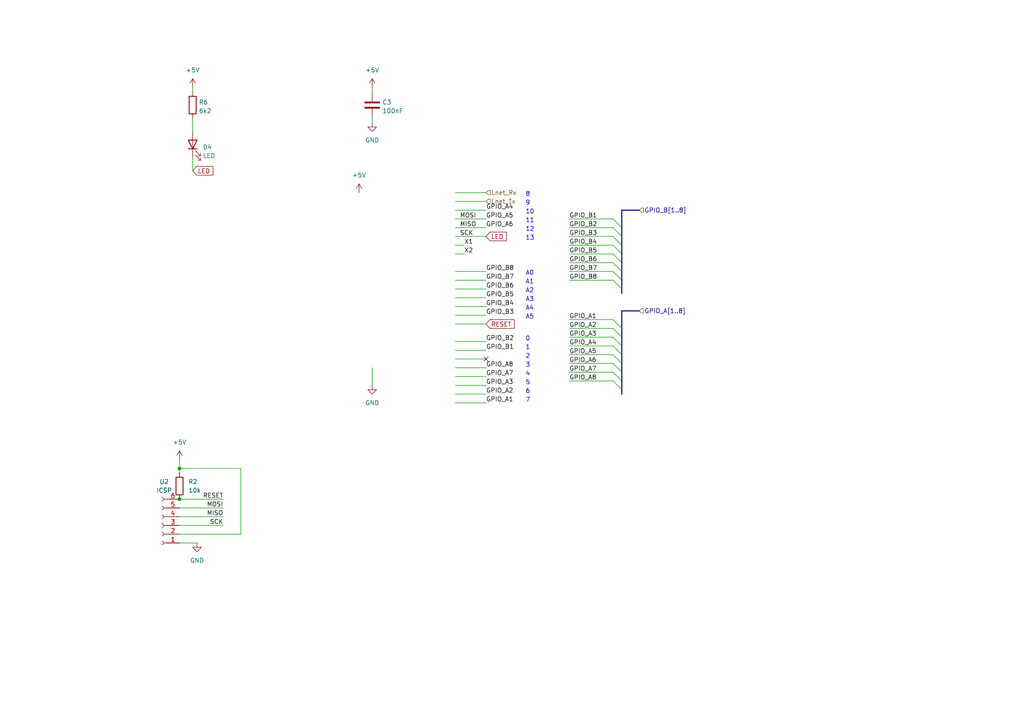
<source format=kicad_sch>
(kicad_sch (version 20231120) (generator "eeschema") (generator_version "8.0")
  (paper "A4")
  (lib_symbols
    (symbol "+5V_1" (power) (pin_names (offset 0))
      (property "Value" "+5V_1" (at 0 3.556 0))
      (symbol "+5V_1_0_1"
        (polyline (pts (xy -0.762 1.27) (xy 0 2.54)))
        (polyline (pts (xy 0 0) (xy 0 2.54)))
        (polyline (pts (xy 0 2.54) (xy 0.762 1.27)))
      )
      (symbol "+5V_1_1_1"
        (pin power_in line (at 0 0 90) (length 0) hide (name "+5V") (number "1"))
      )
    )
    (symbol "+5V_2" (power) (pin_names (offset 0))
      (property "Value" "+5V_2" (at 0 3.556 0))
      (symbol "+5V_2_0_1"
        (polyline (pts (xy -0.762 1.27) (xy 0 2.54)))
        (polyline (pts (xy 0 0) (xy 0 2.54)))
        (polyline (pts (xy 0 2.54) (xy 0.762 1.27)))
      )
      (symbol "+5V_2_1_1"
        (pin power_in line (at 0 0 90) (length 0) hide (name "+5V") (number "1"))
      )
    )
    (symbol "Connector:Conn_01x06_Socket" (pin_names (offset 1.016) hide)
      (property "Reference" "J" (at 0 7.62 0))
      (property "Value" "Conn_01x06_Socket" (at 0 -10.16 0))
      (symbol "Conn_01x06_Socket_1_1"
        (arc (start 0 -7.112) (mid -0.5058 -7.62) (end 0 -8.128) (stroke (width 0.1524)))
        (arc (start 0 -4.572) (mid -0.5058 -5.08) (end 0 -5.588) (stroke (width 0.1524)))
        (arc (start 0 -2.032) (mid -0.5058 -2.54) (end 0 -3.048) (stroke (width 0.1524)))
        (polyline (pts (xy -1.27 -7.62) (xy -0.508 -7.62)) (stroke (width 0.1524)))
        (polyline (pts (xy -1.27 -5.08) (xy -0.508 -5.08)) (stroke (width 0.1524)))
        (polyline (pts (xy -1.27 -2.54) (xy -0.508 -2.54)) (stroke (width 0.1524)))
        (polyline (pts (xy -1.27 0) (xy -0.508 0)) (stroke (width 0.1524)))
        (polyline (pts (xy -1.27 2.54) (xy -0.508 2.54)) (stroke (width 0.1524)))
        (polyline (pts (xy -1.27 5.08) (xy -0.508 5.08)) (stroke (width 0.1524)))
        (arc (start 0 0.508) (mid -0.5058 0) (end 0 -0.508) (stroke (width 0.1524)))
        (arc (start 0 3.048) (mid -0.5058 2.54) (end 0 2.032) (stroke (width 0.1524)))
        (arc (start 0 5.588) (mid -0.5058 5.08) (end 0 4.572) (stroke (width 0.1524)))
        (pin passive line (at -5.08 5.08 0) (length 3.81) (name "Pin_1") (number "1"))
        (pin passive line (at -5.08 2.54 0) (length 3.81) (name "Pin_2") (number "2"))
        (pin passive line (at -5.08 0 0) (length 3.81) (name "Pin_3") (number "3"))
        (pin passive line (at -5.08 -2.54 0) (length 3.81) (name "Pin_4") (number "4"))
        (pin passive line (at -5.08 -5.08 0) (length 3.81) (name "Pin_5") (number "5"))
        (pin passive line (at -5.08 -7.62 0) (length 3.81) (name "Pin_6") (number "6"))
      )
    )
    (symbol "Device:C" (pin_numbers hide) (pin_names (offset 0.254))
      (property "Reference" "C" (at 0.635 2.54 0))
      (property "Value" "C" (at 0.635 -2.54 0))
      (symbol "C_0_1"
        (polyline (pts (xy -2.032 -0.762) (xy 2.032 -0.762)) (stroke (width 0.508)))
        (polyline (pts (xy -2.032 0.762) (xy 2.032 0.762)) (stroke (width 0.508)))
      )
      (symbol "C_1_1"
        (pin passive line (at 0 3.81 270) (length 2.794) (name "~") (number "1"))
        (pin passive line (at 0 -3.81 90) (length 2.794) (name "~") (number "2"))
      )
    )
    (symbol "Device:LED" (pin_numbers hide) (pin_names (offset 1.016) hide)
      (property "Reference" "D" (at 0 2.54 0))
      (property "Value" "LED" (at 0 -2.54 0))
      (symbol "LED_0_1"
        (polyline (pts (xy -1.27 -1.27) (xy -1.27 1.27)) (stroke (width 0.254)))
        (polyline (pts (xy -1.27 0) (xy 1.27 0)))
        (polyline (pts (xy 1.27 -1.27) (xy 1.27 1.27) (xy -1.27 0) (xy 1.27 -1.27)) (stroke (width 0.254)))
        (polyline (pts (xy -3.048 -0.762) (xy -4.572 -2.286) (xy -3.81 -2.286) (xy -4.572 -2.286) (xy -4.572 -1.524)))
        (polyline (pts (xy -1.778 -0.762) (xy -3.302 -2.286) (xy -2.54 -2.286) (xy -3.302 -2.286) (xy -3.302 -1.524)))
      )
      (symbol "LED_1_1"
        (pin passive line (at -3.81 0 0) (length 2.54) (name "K") (number "1"))
        (pin passive line (at 3.81 0 180) (length 2.54) (name "A") (number "2"))
      )
    )
    (symbol "Device:R" (pin_numbers hide) (pin_names (offset 0))
      (property "Reference" "R" (at 2.032 0 90))
      (property "Value" "R" (at 0 0 90))
      (symbol "R_0_1"
        (rectangle (start -1.016 -2.54) (end 1.016 2.54) (stroke (width 0.254)))
      )
      (symbol "R_1_1"
        (pin passive line (at 0 3.81 270) (length 1.27) (name "~") (number "1"))
        (pin passive line (at 0 -3.81 90) (length 1.27) (name "~") (number "2"))
      )
    )
    (symbol "power:GND" (power) (pin_names (offset 0))
      (property "Value" "GND" (at 0 -3.81 0))
      (symbol "GND_0_1"
        (polyline (pts (xy 0 0) (xy 0 -1.27) (xy 1.27 -1.27) (xy 0 -2.54) (xy -1.27 -1.27) (xy 0 -1.27)))
      )
      (symbol "GND_1_1"
        (pin power_in line (at 0 0 270) (length 0) hide (name "GND") (number "1"))
      )
    )
  )
  (junction (at 52.07 144.78))
  (junction (at 52.07 135.89))
  (no_connect (at 140.97 104.14))
  (bus_entry (at 177.8 68.58) (size 2.54 2.54))
  (bus_entry (at 177.8 92.71) (size 2.54 2.54))
  (bus_entry (at 177.8 76.2) (size 2.54 2.54))
  (bus_entry (at 177.8 107.95) (size 2.54 2.54))
  (bus_entry (at 177.8 105.41) (size 2.54 2.54))
  (bus_entry (at 177.8 100.33) (size 2.54 2.54))
  (bus_entry (at 177.8 110.49) (size 2.54 2.54))
  (bus_entry (at 177.8 81.28) (size 2.54 2.54))
  (bus_entry (at 177.8 95.25) (size 2.54 2.54))
  (bus_entry (at 177.8 73.66) (size 2.54 2.54))
  (bus_entry (at 177.8 97.79) (size 2.54 2.54))
  (bus_entry (at 177.8 78.74) (size 2.54 2.54))
  (bus_entry (at 177.8 102.87) (size 2.54 2.54))
  (bus_entry (at 177.8 63.5) (size 2.54 2.54))
  (bus_entry (at 177.8 66.04) (size 2.54 2.54))
  (bus_entry (at 177.8 71.12) (size 2.54 2.54))
  (bus (pts (xy 180.34 81.28) (xy 180.34 78.74)))
  (wire (pts (xy 52.07 147.32) (xy 64.77 147.32)))
  (wire (pts (xy 165.1 97.79) (xy 177.8 97.79)))
  (wire (pts (xy 55.88 45.72) (xy 55.88 49.53)))
  (wire (pts (xy 165.1 81.28) (xy 177.8 81.28)))
  (wire (pts (xy 165.1 76.2) (xy 177.8 76.2)))
  (bus (pts (xy 180.34 60.96) (xy 185.42 60.96)))
  (wire (pts (xy 107.95 106.68) (xy 107.95 111.76)))
  (bus (pts (xy 180.34 114.3) (xy 180.34 113.03)))
  (wire (pts (xy 52.07 144.78) (xy 64.77 144.78)))
  (bus (pts (xy 180.34 85.09) (xy 180.34 83.82)))
  (wire (pts (xy 140.97 86.36) (xy 132.08 86.36)))
  (wire (pts (xy 132.08 91.44) (xy 140.97 91.44)))
  (wire (pts (xy 140.97 116.84) (xy 132.08 116.84)))
  (wire (pts (xy 165.1 100.33) (xy 177.8 100.33)))
  (wire (pts (xy 165.1 110.49) (xy 177.8 110.49)))
  (wire (pts (xy 52.07 149.86) (xy 64.77 149.86)))
  (bus (pts (xy 180.34 102.87) (xy 180.34 100.33)))
  (wire (pts (xy 107.95 25.4) (xy 107.95 26.67)))
  (bus (pts (xy 180.34 83.82) (xy 180.34 81.28)))
  (wire (pts (xy 132.08 83.82) (xy 140.97 83.82)))
  (wire (pts (xy 132.08 99.06) (xy 140.97 99.06)))
  (bus (pts (xy 180.34 73.66) (xy 180.34 71.12)))
  (wire (pts (xy 52.07 154.94) (xy 69.85 154.94)))
  (bus (pts (xy 180.34 97.79) (xy 180.34 95.25)))
  (wire (pts (xy 140.97 88.9) (xy 132.08 88.9)))
  (wire (pts (xy 165.1 71.12) (xy 177.8 71.12)))
  (wire (pts (xy 132.08 93.98) (xy 140.97 93.98)))
  (wire (pts (xy 140.97 60.96) (xy 132.08 60.96)))
  (wire (pts (xy 132.08 81.28) (xy 140.97 81.28)))
  (wire (pts (xy 132.08 55.88) (xy 140.97 55.88)))
  (wire (pts (xy 55.88 34.29) (xy 55.88 38.1)))
  (bus (pts (xy 180.34 76.2) (xy 180.34 73.66)))
  (wire (pts (xy 165.1 102.87) (xy 177.8 102.87)))
  (wire (pts (xy 165.1 73.66) (xy 177.8 73.66)))
  (wire (pts (xy 132.08 73.66) (xy 134.62 73.66)))
  (wire (pts (xy 132.08 71.12) (xy 134.62 71.12)))
  (wire (pts (xy 52.07 133.35) (xy 52.07 135.89)))
  (wire (pts (xy 165.1 68.58) (xy 177.8 68.58)))
  (wire (pts (xy 140.97 63.5) (xy 132.08 63.5)))
  (wire (pts (xy 52.07 157.48) (xy 57.15 157.48)))
  (bus (pts (xy 180.34 90.17) (xy 185.42 90.17)))
  (wire (pts (xy 132.08 58.42) (xy 140.97 58.42)))
  (wire (pts (xy 132.08 101.6) (xy 140.97 101.6)))
  (wire (pts (xy 52.07 135.89) (xy 69.85 135.89)))
  (wire (pts (xy 140.97 68.58) (xy 132.08 68.58)))
  (bus (pts (xy 180.34 100.33) (xy 180.34 97.79)))
  (wire (pts (xy 140.97 114.3) (xy 132.08 114.3)))
  (bus (pts (xy 180.34 107.95) (xy 180.34 105.41)))
  (wire (pts (xy 52.07 152.4) (xy 64.77 152.4)))
  (wire (pts (xy 165.1 63.5) (xy 177.8 63.5)))
  (wire (pts (xy 132.08 109.22) (xy 140.97 109.22)))
  (bus (pts (xy 180.34 110.49) (xy 180.34 107.95)))
  (wire (pts (xy 140.97 104.14) (xy 132.08 104.14)))
  (bus (pts (xy 180.34 68.58) (xy 180.34 66.04)))
  (bus (pts (xy 180.34 105.41) (xy 180.34 102.87)))
  (wire (pts (xy 165.1 105.41) (xy 177.8 105.41)))
  (wire (pts (xy 165.1 107.95) (xy 177.8 107.95)))
  (wire (pts (xy 165.1 78.74) (xy 177.8 78.74)))
  (wire (pts (xy 69.85 135.89) (xy 69.85 154.94)))
  (bus (pts (xy 180.34 113.03) (xy 180.34 110.49)))
  (wire (pts (xy 165.1 95.25) (xy 177.8 95.25)))
  (wire (pts (xy 107.95 34.29) (xy 107.95 35.56)))
  (wire (pts (xy 140.97 66.04) (xy 132.08 66.04)))
  (bus (pts (xy 180.34 95.25) (xy 180.34 90.17)))
  (bus (pts (xy 180.34 66.04) (xy 180.34 60.96)))
  (wire (pts (xy 55.88 25.4) (xy 55.88 26.67)))
  (wire (pts (xy 165.1 66.04) (xy 177.8 66.04)))
  (wire (pts (xy 132.08 106.68) (xy 140.97 106.68)))
  (wire (pts (xy 52.07 135.89) (xy 52.07 137.16)))
  (wire (pts (xy 165.1 92.71) (xy 177.8 92.71)))
  (wire (pts (xy 132.08 78.74) (xy 140.97 78.74)))
  (bus (pts (xy 180.34 71.12) (xy 180.34 68.58)))
  (bus (pts (xy 180.34 78.74) (xy 180.34 76.2)))
  (wire (pts (xy 140.97 111.76) (xy 132.08 111.76)))
  (text "A4" (at 152.4 90.17 0) (effects (font (size 1.27 1.27)) (justify left bottom)))
  (text "A2" (at 152.4 85.09 0) (effects (font (size 1.27 1.27)) (justify left bottom)))
  (text "7" (at 152.4 116.84 0) (effects (font (size 1.27 1.27)) (justify left bottom)))
  (text "5" (at 152.4 111.76 0) (effects (font (size 1.27 1.27)) (justify left bottom)))
  (text "1\n" (at 152.4 101.6 0) (effects (font (size 1.27 1.27)) (justify left bottom)))
  (text "A5" (at 152.4 92.71 0) (effects (font (size 1.27 1.27)) (justify left bottom)))
  (text "8" (at 152.4 57.15 0) (effects (font (size 1.27 1.27)) (justify left bottom)))
  (text "A3" (at 152.4 87.63 0) (effects (font (size 1.27 1.27)) (justify left bottom)))
  (text "13" (at 152.4 69.85 0) (effects (font (size 1.27 1.27)) (justify left bottom)))
  (text "9" (at 152.4 59.69 0) (effects (font (size 1.27 1.27)) (justify left bottom)))
  (text "0\n" (at 152.4 99.06 0) (effects (font (size 1.27 1.27)) (justify left bottom)))
  (text "10" (at 152.4 62.23 0) (effects (font (size 1.27 1.27)) (justify left bottom)))
  (text "A0" (at 152.4 80.01 0) (effects (font (size 1.27 1.27)) (justify left bottom)))
  (text "4" (at 152.4 109.22 0) (effects (font (size 1.27 1.27)) (justify left bottom)))
  (text "A1" (at 152.4 82.55 0) (effects (font (size 1.27 1.27)) (justify left bottom)))
  (text "12" (at 152.4 67.31 0) (effects (font (size 1.27 1.27)) (justify left bottom)))
  (text "11" (at 152.4 64.77 0) (effects (font (size 1.27 1.27)) (justify left bottom)))
  (text "2\n" (at 152.4 104.14 0) (effects (font (size 1.27 1.27)) (justify left bottom)))
  (text "6" (at 152.4 114.3 0) (effects (font (size 1.27 1.27)) (justify left bottom)))
  (text "3\n" (at 152.4 106.68 0) (effects (font (size 1.27 1.27)) (justify left bottom)))
  (label "GPIO_A8" (at 140.97 106.68 0))
  (label "X2" (at 134.62 73.66 0))
  (label "GPIO_A1" (at 165.1 92.71 0))
  (label "GPIO_A5" (at 140.97 63.5 0))
  (label "GPIO_B7" (at 140.97 81.28 0))
  (label "GPIO_A2" (at 140.97 114.3 0))
  (label "GPIO_B1" (at 140.97 101.6 0))
  (label "GPIO_B2" (at 165.1 66.04 0))
  (label "GPIO_A4" (at 140.97 60.96 0))
  (label "GPIO_A2" (at 165.1 95.25 0))
  (label "MOSI" (at 133.35 63.5 0))
  (label "GPIO_A4" (at 165.1 100.33 0))
  (label "MISO" (at 133.35 66.04 0))
  (label "GPIO_B4" (at 165.1 71.12 0))
  (label "GPIO_A5" (at 165.1 102.87 0))
  (label "GPIO_B3" (at 140.97 91.44 0))
  (label "GPIO_B6" (at 140.97 83.82 0))
  (label "GPIO_B4" (at 140.97 88.9 0))
  (label "GPIO_B2" (at 140.97 99.06 0))
  (label "GPIO_A1" (at 140.97 116.84 0))
  (label "GPIO_A7" (at 165.1 107.95 0))
  (label "SCK" (at 133.35 68.58 0))
  (label "SCK" (at 64.77 152.4 180))
  (label "X1" (at 134.62 71.12 0))
  (label "GPIO_A6" (at 165.1 105.41 0))
  (label "GPIO_A8" (at 165.1 110.49 0))
  (label "MOSI" (at 64.77 147.32 180))
  (label "GPIO_B3" (at 165.1 68.58 0))
  (label "GPIO_B5" (at 165.1 73.66 0))
  (label "MISO" (at 64.77 149.86 180))
  (label "GPIO_B7" (at 165.1 78.74 0))
  (label "GPIO_A3" (at 165.1 97.79 0))
  (label "GPIO_B8" (at 140.97 78.74 0))
  (label "RESET" (at 64.77 144.78 180))
  (label "GPIO_A6" (at 140.97 66.04 0))
  (label "GPIO_B1" (at 165.1 63.5 0))
  (label "GPIO_A3" (at 140.97 111.76 0))
  (label "GPIO_B6" (at 165.1 76.2 0))
  (label "GPIO_A7" (at 140.97 109.22 0))
  (label "GPIO_B8" (at 165.1 81.28 0))
  (label "GPIO_B5" (at 140.97 86.36 0))
  (global_label "RESET" (shape input) (at 140.97 93.98 0) (property "Intersheetrefs" "${INTERSHEET_REFS}" (effects (hide yes))))
  (global_label "LED" (shape input) (at 140.97 68.58 0) (property "Intersheetrefs" "${INTERSHEET_REFS}" (effects (hide yes))))
  (global_label "LED" (shape input) (at 55.88 49.53 0) (property "Intersheetrefs" "${INTERSHEET_REFS}" (effects (hide yes))))
  (hierarchical_label "Lnet_Rx" (shape input) (at 140.97 55.88 0))
  (hierarchical_label "Lnet_Tx" (shape input) (at 140.97 58.42 0))
  (hierarchical_label "GPIO_A[1..8]" (shape input) (at 185.42 90.17 0))
  (hierarchical_label "GPIO_B[1..8]" (shape input) (at 185.42 60.96 0))
  (symbol (lib_name "+5V_2") (lib_id "power:+5V") (at 52.07 133.35 0) (unit 1)
    (property "Reference" "#PWR028" (effects (hide yes)))
    (property "Value" "+5V" (at 52.07 128.27 0))
  )
  (symbol (lib_id "Device:LED") (at 55.88 41.91 90) (unit 1)
    (property "Reference" "D4" (at 58.801 42.6628 90) (effects (justify right)))
    (property "Value" "LED" (at 58.801 45.1997 90) (effects (justify right)))
    (property "Footprint" "LED_SMD:LED_0805_2012Metric_Pad1.15x1.40mm_HandSolder" (effects (hide yes)))
    (property "JLCPCB Part#" "C84256" (effects (hide yes)))
  )
  (symbol (lib_id "Connector:Conn_01x06_Socket") (at 46.99 152.4 180) (unit 1)
    (property "Reference" "U2" (at 47.625 139.7 0))
    (property "Value" "ICSP" (at 47.625 142.24 0))
    (property "Footprint" "Connector_PinHeader_2.54mm:PinHeader_1x06_P2.54mm_Vertical" (effects (hide yes)))
  )
  (symbol (lib_id "power:GND") (at 57.15 157.48 0) (unit 1)
    (property "Reference" "#PWR03" (effects (hide yes)))
    (property "Value" "GND" (at 57.15 162.56 0))
  )
  (symbol (lib_id "Device:R") (at 55.88 30.48 0) (unit 1)
    (property "Reference" "R6" (at 57.658 29.6453 0) (effects (justify left)))
    (property "Value" "6k2" (at 57.658 32.1822 0) (effects (justify left)))
    (property "Footprint" "Resistor_SMD:R_0603_1608Metric_Pad0.98x0.95mm_HandSolder" (effects (hide yes)))
    (property "JLCPCB Part#" "C4260" (effects (hide yes)))
  )
  (symbol (lib_name "+5V_1") (lib_id "power:+5V") (at 55.88 25.4 0) (unit 1)
    (property "Reference" "#PWR06" (effects (hide yes)))
    (property "Value" "+5V" (at 55.88 20.32 0))
  )
  (symbol (lib_name "+5V_1") (lib_id "power:+5V") (at 107.95 25.4 0) (unit 1)
    (property "Reference" "#PWR07" (effects (hide yes)))
    (property "Value" "+5V" (at 107.95 20.32 0))
  )
  (symbol (lib_name "+5V_1") (lib_id "power:+5V") (at 104.14 55.88 0) (unit 1)
    (property "Reference" "#PWR09" (effects (hide yes)))
    (property "Value" "+5V" (at 104.14 50.8 0))
  )
  (symbol (lib_id "power:GND") (at 107.95 111.76 0) (unit 1)
    (property "Reference" "#PWR01" (effects (hide yes)))
    (property "Value" "GND" (at 107.95 116.84 0))
  )
  (symbol (lib_id "Device:R") (at 52.07 140.97 0) (unit 1)
    (property "Reference" "R2" (at 54.61 139.7 0) (effects (justify left)))
    (property "Value" "10k" (at 54.61 142.24 0) (effects (justify left)))
    (property "Footprint" "Resistor_SMD:R_0402_1005Metric_Pad0.72x0.64mm_HandSolder" (effects (hide yes)))
    (property "JLCPCB Part#" "C25744" (effects (hide yes)))
  )
  (symbol (lib_id "Device:C") (at 107.95 30.48 180) (unit 1)
    (property "Reference" "C3" (at 110.871 29.6453 0) (effects (justify right)))
    (property "Value" "100nF" (at 110.871 32.1822 0) (effects (justify right)))
    (property "Footprint" "Capacitor_SMD:C_0603_1608Metric_Pad1.08x0.95mm_HandSolder" (effects (hide yes)))
    (property "JLCPCB Part#" "C14663" (effects (hide yes)))
  )
  (symbol (lib_id "power:GND") (at 107.95 35.56 0) (unit 1)
    (property "Reference" "#PWR08" (effects (hide yes)))
    (property "Value" "GND" (at 107.95 40.64 0))
  )
)
</source>
